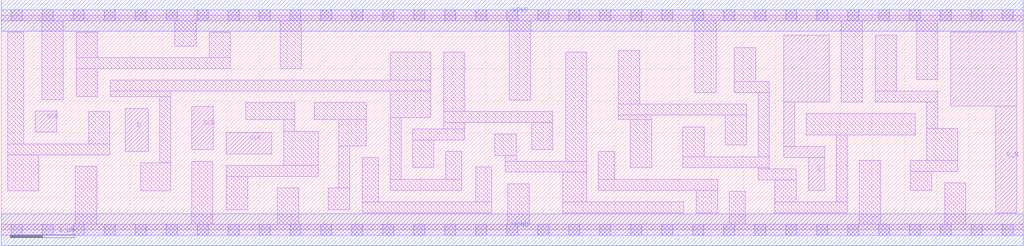
<source format=lef>
# Copyright 2020 The SkyWater PDK Authors
#
# Licensed under the Apache License, Version 2.0 (the "License");
# you may not use this file except in compliance with the License.
# You may obtain a copy of the License at
#
#     https://www.apache.org/licenses/LICENSE-2.0
#
# Unless required by applicable law or agreed to in writing, software
# distributed under the License is distributed on an "AS IS" BASIS,
# WITHOUT WARRANTIES OR CONDITIONS OF ANY KIND, either express or implied.
# See the License for the specific language governing permissions and
# limitations under the License.
#
# SPDX-License-Identifier: Apache-2.0

VERSION 5.7 ;
  NAMESCASESENSITIVE ON ;
  NOWIREEXTENSIONATPIN ON ;
  DIVIDERCHAR "/" ;
  BUSBITCHARS "[]" ;
UNITS
  DATABASE MICRONS 200 ;
END UNITS
MACRO sky130_fd_sc_lp__sdfxbp_lp
  CLASS CORE ;
  FOREIGN sky130_fd_sc_lp__sdfxbp_lp ;
  ORIGIN  0.000000  0.000000 ;
  SIZE  15.84000 BY  3.330000 ;
  SYMMETRY X Y R90 ;
  SITE unit ;
  PIN D
    ANTENNAGATEAREA  0.313000 ;
    DIRECTION INPUT ;
    USE SIGNAL ;
    PORT
      LAYER li1 ;
        RECT 1.925000 1.215000 2.275000 1.885000 ;
    END
  END D
  PIN Q
    ANTENNADIFFAREA  0.396300 ;
    DIRECTION OUTPUT ;
    USE SIGNAL ;
    PORT
      LAYER li1 ;
        RECT 12.125000 1.125000 12.760000 1.295000 ;
        RECT 12.125000 1.295000 12.295000 1.985000 ;
        RECT 12.125000 1.985000 12.835000 3.025000 ;
        RECT 12.510000 0.615000 12.760000 1.125000 ;
    END
  END Q
  PIN Q_N
    ANTENNADIFFAREA  0.398400 ;
    DIRECTION OUTPUT ;
    USE SIGNAL ;
    PORT
      LAYER li1 ;
        RECT 14.715000 1.920000 15.740000 3.065000 ;
        RECT 15.410000 0.265000 15.740000 1.920000 ;
    END
  END Q_N
  PIN SCD
    ANTENNAGATEAREA  0.313000 ;
    DIRECTION INPUT ;
    USE SIGNAL ;
    PORT
      LAYER li1 ;
        RECT 2.955000 1.245000 3.285000 1.915000 ;
    END
  END SCD
  PIN SCE
    ANTENNAGATEAREA  0.689000 ;
    DIRECTION INPUT ;
    USE SIGNAL ;
    PORT
      LAYER li1 ;
        RECT 0.530000 1.515000 0.860000 1.845000 ;
    END
  END SCE
  PIN CLK
    ANTENNAGATEAREA  0.376000 ;
    DIRECTION INPUT ;
    USE CLOCK ;
    PORT
      LAYER li1 ;
        RECT 3.485000 1.180000 4.195000 1.510000 ;
    END
  END CLK
  PIN VGND
    DIRECTION INOUT ;
    USE GROUND ;
    PORT
      LAYER met1 ;
        RECT 0.000000 -0.245000 15.840000 0.245000 ;
    END
  END VGND
  PIN VPWR
    DIRECTION INOUT ;
    USE POWER ;
    PORT
      LAYER met1 ;
        RECT 0.000000 3.085000 15.840000 3.575000 ;
    END
  END VPWR
  OBS
    LAYER li1 ;
      RECT  0.000000 -0.085000 15.840000 0.085000 ;
      RECT  0.000000  3.245000 15.840000 3.415000 ;
      RECT  0.100000  0.605000  0.580000 1.165000 ;
      RECT  0.100000  1.165000  1.685000 1.335000 ;
      RECT  0.100000  1.335000  0.350000 3.065000 ;
      RECT  0.630000  2.025000  0.960000 3.245000 ;
      RECT  1.150000  0.085000  1.480000 0.985000 ;
      RECT  1.160000  2.065000  1.490000 2.505000 ;
      RECT  1.160000  2.505000  3.550000 2.675000 ;
      RECT  1.160000  2.675000  1.490000 3.065000 ;
      RECT  1.355000  1.335000  1.685000 1.835000 ;
      RECT  1.690000  2.065000  2.625000 2.155000 ;
      RECT  1.690000  2.155000  6.655000 2.325000 ;
      RECT  2.160000  0.605000  2.625000 1.035000 ;
      RECT  2.455000  1.035000  2.625000 2.065000 ;
      RECT  2.690000  2.855000  3.020000 3.245000 ;
      RECT  2.950000  0.085000  3.280000 1.065000 ;
      RECT  3.220000  2.675000  3.550000 3.065000 ;
      RECT  3.490000  0.310000  3.820000 0.830000 ;
      RECT  3.490000  0.830000  4.910000 1.000000 ;
      RECT  3.790000  1.715000  4.545000 1.975000 ;
      RECT  4.280000  0.085000  4.610000 0.650000 ;
      RECT  4.320000  2.505000  4.650000 3.245000 ;
      RECT  4.375000  1.000000  4.910000 1.530000 ;
      RECT  4.375000  1.530000  4.545000 1.715000 ;
      RECT  4.850000  1.715000  5.660000 1.975000 ;
      RECT  5.070000  0.310000  5.400000 0.650000 ;
      RECT  5.230000  0.650000  5.400000 1.305000 ;
      RECT  5.230000  1.305000  5.660000 1.715000 ;
      RECT  5.595000  0.265000  7.605000 0.435000 ;
      RECT  5.595000  0.435000  5.845000 1.125000 ;
      RECT  6.025000  0.615000  7.135000 0.785000 ;
      RECT  6.025000  0.785000  6.195000 1.745000 ;
      RECT  6.025000  1.745000  6.655000 2.155000 ;
      RECT  6.025000  2.325000  6.655000 2.755000 ;
      RECT  6.375000  0.965000  6.705000 1.395000 ;
      RECT  6.375000  1.395000  7.185000 1.565000 ;
      RECT  6.855000  1.565000  7.185000 1.665000 ;
      RECT  6.855000  1.665000  8.550000 1.835000 ;
      RECT  6.855000  1.835000  7.185000 2.755000 ;
      RECT  6.885000  0.785000  7.135000 1.215000 ;
      RECT  7.355000  0.435000  7.605000 0.975000 ;
      RECT  7.650000  1.155000  7.980000 1.485000 ;
      RECT  7.810000  0.895000  9.075000 1.065000 ;
      RECT  7.810000  1.065000  7.980000 1.155000 ;
      RECT  7.850000  0.085000  8.180000 0.715000 ;
      RECT  7.875000  2.015000  8.205000 3.245000 ;
      RECT  8.220000  1.245000  8.550000 1.665000 ;
      RECT  8.705000  0.265000 10.575000 0.435000 ;
      RECT  8.705000  0.435000  9.075000 0.895000 ;
      RECT  8.745000  1.065000  9.075000 2.755000 ;
      RECT  9.255000  0.615000 11.100000 0.785000 ;
      RECT  9.255000  0.785000  9.505000 1.215000 ;
      RECT  9.565000  1.715000 10.080000 1.780000 ;
      RECT  9.565000  1.780000 11.550000 1.950000 ;
      RECT  9.565000  1.950000  9.895000 2.780000 ;
      RECT  9.750000  0.965000 10.080000 1.715000 ;
      RECT 10.565000  0.965000 11.900000 1.135000 ;
      RECT 10.565000  1.135000 10.895000 1.600000 ;
      RECT 10.750000  2.130000 11.080000 3.245000 ;
      RECT 10.770000  0.265000 11.100000 0.615000 ;
      RECT 11.220000  1.315000 11.550000 1.780000 ;
      RECT 11.280000  0.085000 11.530000 0.595000 ;
      RECT 11.360000  2.130000 11.900000 2.300000 ;
      RECT 11.360000  2.300000 11.690000 2.825000 ;
      RECT 11.730000  0.775000 12.320000 0.945000 ;
      RECT 11.730000  0.945000 11.900000 0.965000 ;
      RECT 11.730000  1.135000 11.900000 2.130000 ;
      RECT 11.990000  0.265000 13.110000 0.435000 ;
      RECT 11.990000  0.435000 12.320000 0.775000 ;
      RECT 12.475000  1.475000 14.165000 1.805000 ;
      RECT 12.940000  0.435000 13.110000 1.475000 ;
      RECT 13.015000  1.985000 13.345000 3.245000 ;
      RECT 13.300000  0.085000 13.630000 1.075000 ;
      RECT 13.545000  1.985000 14.515000 2.155000 ;
      RECT 13.545000  2.155000 13.875000 3.025000 ;
      RECT 14.090000  0.615000 14.420000 0.905000 ;
      RECT 14.090000  0.905000 14.825000 1.075000 ;
      RECT 14.185000  2.335000 14.515000 3.245000 ;
      RECT 14.345000  1.075000 14.825000 1.575000 ;
      RECT 14.345000  1.575000 14.515000 1.985000 ;
      RECT 14.620000  0.085000 14.950000 0.725000 ;
    LAYER mcon ;
      RECT  0.155000 -0.085000  0.325000 0.085000 ;
      RECT  0.155000  3.245000  0.325000 3.415000 ;
      RECT  0.635000 -0.085000  0.805000 0.085000 ;
      RECT  0.635000  3.245000  0.805000 3.415000 ;
      RECT  1.115000 -0.085000  1.285000 0.085000 ;
      RECT  1.115000  3.245000  1.285000 3.415000 ;
      RECT  1.595000 -0.085000  1.765000 0.085000 ;
      RECT  1.595000  3.245000  1.765000 3.415000 ;
      RECT  2.075000 -0.085000  2.245000 0.085000 ;
      RECT  2.075000  3.245000  2.245000 3.415000 ;
      RECT  2.555000 -0.085000  2.725000 0.085000 ;
      RECT  2.555000  3.245000  2.725000 3.415000 ;
      RECT  3.035000 -0.085000  3.205000 0.085000 ;
      RECT  3.035000  3.245000  3.205000 3.415000 ;
      RECT  3.515000 -0.085000  3.685000 0.085000 ;
      RECT  3.515000  3.245000  3.685000 3.415000 ;
      RECT  3.995000 -0.085000  4.165000 0.085000 ;
      RECT  3.995000  3.245000  4.165000 3.415000 ;
      RECT  4.475000 -0.085000  4.645000 0.085000 ;
      RECT  4.475000  3.245000  4.645000 3.415000 ;
      RECT  4.955000 -0.085000  5.125000 0.085000 ;
      RECT  4.955000  3.245000  5.125000 3.415000 ;
      RECT  5.435000 -0.085000  5.605000 0.085000 ;
      RECT  5.435000  3.245000  5.605000 3.415000 ;
      RECT  5.915000 -0.085000  6.085000 0.085000 ;
      RECT  5.915000  3.245000  6.085000 3.415000 ;
      RECT  6.395000 -0.085000  6.565000 0.085000 ;
      RECT  6.395000  3.245000  6.565000 3.415000 ;
      RECT  6.875000 -0.085000  7.045000 0.085000 ;
      RECT  6.875000  3.245000  7.045000 3.415000 ;
      RECT  7.355000 -0.085000  7.525000 0.085000 ;
      RECT  7.355000  3.245000  7.525000 3.415000 ;
      RECT  7.835000 -0.085000  8.005000 0.085000 ;
      RECT  7.835000  3.245000  8.005000 3.415000 ;
      RECT  8.315000 -0.085000  8.485000 0.085000 ;
      RECT  8.315000  3.245000  8.485000 3.415000 ;
      RECT  8.795000 -0.085000  8.965000 0.085000 ;
      RECT  8.795000  3.245000  8.965000 3.415000 ;
      RECT  9.275000 -0.085000  9.445000 0.085000 ;
      RECT  9.275000  3.245000  9.445000 3.415000 ;
      RECT  9.755000 -0.085000  9.925000 0.085000 ;
      RECT  9.755000  3.245000  9.925000 3.415000 ;
      RECT 10.235000 -0.085000 10.405000 0.085000 ;
      RECT 10.235000  3.245000 10.405000 3.415000 ;
      RECT 10.715000 -0.085000 10.885000 0.085000 ;
      RECT 10.715000  3.245000 10.885000 3.415000 ;
      RECT 11.195000 -0.085000 11.365000 0.085000 ;
      RECT 11.195000  3.245000 11.365000 3.415000 ;
      RECT 11.675000 -0.085000 11.845000 0.085000 ;
      RECT 11.675000  3.245000 11.845000 3.415000 ;
      RECT 12.155000 -0.085000 12.325000 0.085000 ;
      RECT 12.155000  3.245000 12.325000 3.415000 ;
      RECT 12.635000 -0.085000 12.805000 0.085000 ;
      RECT 12.635000  3.245000 12.805000 3.415000 ;
      RECT 13.115000 -0.085000 13.285000 0.085000 ;
      RECT 13.115000  3.245000 13.285000 3.415000 ;
      RECT 13.595000 -0.085000 13.765000 0.085000 ;
      RECT 13.595000  3.245000 13.765000 3.415000 ;
      RECT 14.075000 -0.085000 14.245000 0.085000 ;
      RECT 14.075000  3.245000 14.245000 3.415000 ;
      RECT 14.555000 -0.085000 14.725000 0.085000 ;
      RECT 14.555000  3.245000 14.725000 3.415000 ;
      RECT 15.035000 -0.085000 15.205000 0.085000 ;
      RECT 15.035000  3.245000 15.205000 3.415000 ;
      RECT 15.515000 -0.085000 15.685000 0.085000 ;
      RECT 15.515000  3.245000 15.685000 3.415000 ;
  END
END sky130_fd_sc_lp__sdfxbp_lp
END LIBRARY

</source>
